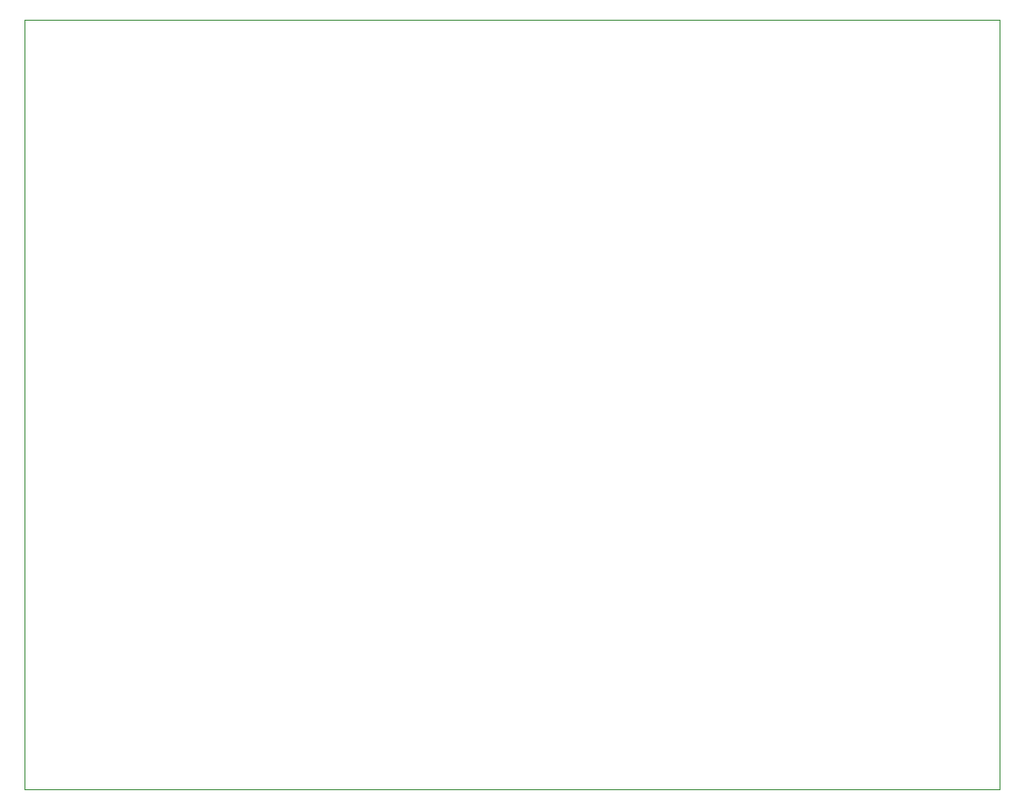
<source format=gbr>
%TF.GenerationSoftware,KiCad,Pcbnew,9.0.5*%
%TF.CreationDate,2025-11-29T23:19:38+05:30*%
%TF.ProjectId,from scrach,66726f6d-2073-4637-9261-63682e6b6963,rev?*%
%TF.SameCoordinates,Original*%
%TF.FileFunction,Profile,NP*%
%FSLAX46Y46*%
G04 Gerber Fmt 4.6, Leading zero omitted, Abs format (unit mm)*
G04 Created by KiCad (PCBNEW 9.0.5) date 2025-11-29 23:19:38*
%MOMM*%
%LPD*%
G01*
G04 APERTURE LIST*
%TA.AperFunction,Profile*%
%ADD10C,0.050000*%
%TD*%
G04 APERTURE END LIST*
D10*
X44900000Y-81000000D02*
X132600000Y-81000000D01*
X132600000Y-150300000D01*
X44900000Y-150300000D01*
X44900000Y-81000000D01*
M02*

</source>
